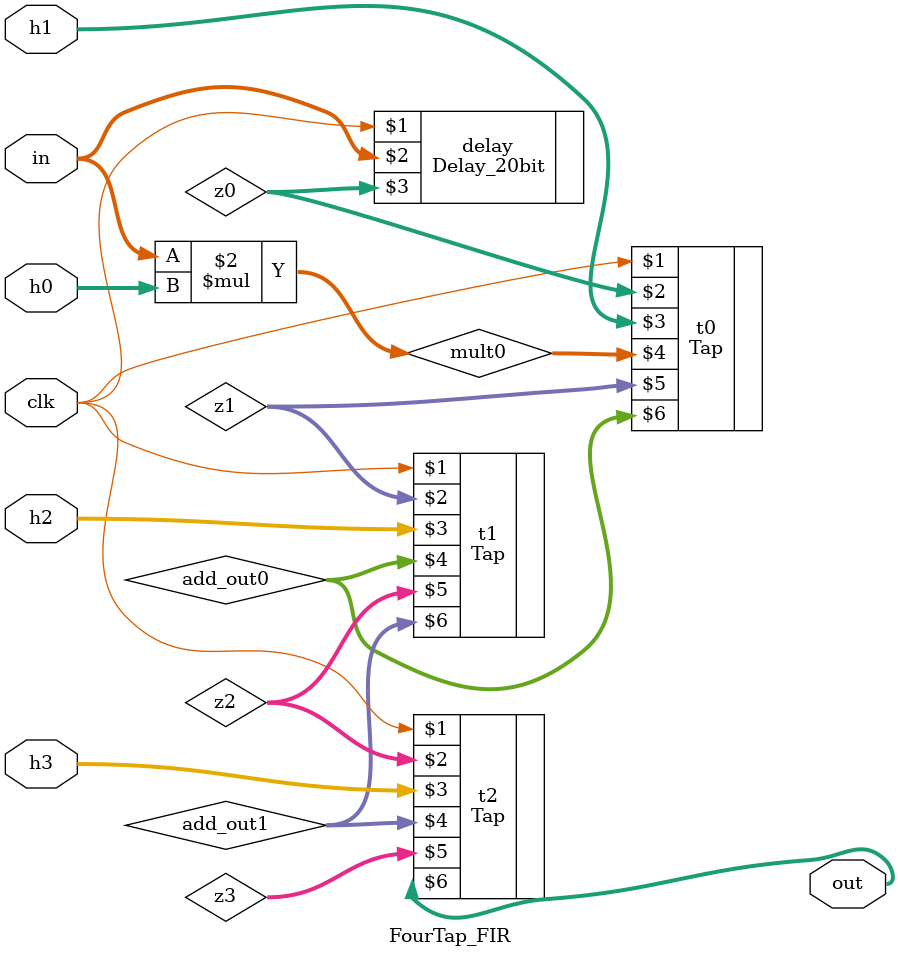
<source format=v>
module FourTap_FIR(
	input clk,
	input [19:0] in,
	input [15:0] h0,
	input [15:0] h1,
	input [15:0] h2,
	input [15:0] h3,
	output [19:0] out // to do - figure out how to get enable to allow signal to travel through
);

wire [19:0] z0;
wire [19:0] z1;
wire [19:0] z2;
wire [19:0] z3;

wire [19:0] add_out0;
wire [19:0] add_out1;
wire [19:0] add_out2;

reg [19:0] mult0;

always @ (h0 or in) begin
	mult0 <= in * h0;
end

Delay_20bit delay(
	clk,
	in,
	z0
);

Tap t0(
	clk,
	z0,
	h1,
	mult0,
	z1,
	add_out0
);

Tap t1(
	clk,
	z1,
	h2,
	add_out0,
	z2,
	add_out1
);

Tap t2(
	clk,
	z2,
	h3,
	add_out1,
	z3,
	out
);




endmodule
</source>
